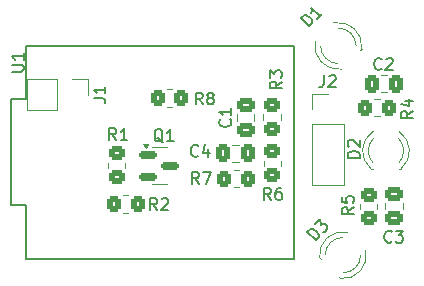
<source format=gbr>
%TF.GenerationSoftware,KiCad,Pcbnew,8.0.2*%
%TF.CreationDate,2024-08-11T09:10:39+02:00*%
%TF.ProjectId,ir-blaster,69722d62-6c61-4737-9465-722e6b696361,rev?*%
%TF.SameCoordinates,Original*%
%TF.FileFunction,Legend,Top*%
%TF.FilePolarity,Positive*%
%FSLAX46Y46*%
G04 Gerber Fmt 4.6, Leading zero omitted, Abs format (unit mm)*
G04 Created by KiCad (PCBNEW 8.0.2) date 2024-08-11 09:10:39*
%MOMM*%
%LPD*%
G01*
G04 APERTURE LIST*
G04 Aperture macros list*
%AMRoundRect*
0 Rectangle with rounded corners*
0 $1 Rounding radius*
0 $2 $3 $4 $5 $6 $7 $8 $9 X,Y pos of 4 corners*
0 Add a 4 corners polygon primitive as box body*
4,1,4,$2,$3,$4,$5,$6,$7,$8,$9,$2,$3,0*
0 Add four circle primitives for the rounded corners*
1,1,$1+$1,$2,$3*
1,1,$1+$1,$4,$5*
1,1,$1+$1,$6,$7*
1,1,$1+$1,$8,$9*
0 Add four rect primitives between the rounded corners*
20,1,$1+$1,$2,$3,$4,$5,0*
20,1,$1+$1,$4,$5,$6,$7,0*
20,1,$1+$1,$6,$7,$8,$9,0*
20,1,$1+$1,$8,$9,$2,$3,0*%
%AMRotRect*
0 Rectangle, with rotation*
0 The origin of the aperture is its center*
0 $1 length*
0 $2 width*
0 $3 Rotation angle, in degrees counterclockwise*
0 Add horizontal line*
21,1,$1,$2,0,0,$3*%
G04 Aperture macros list end*
%ADD10C,0.150000*%
%ADD11C,0.127000*%
%ADD12C,0.120000*%
%ADD13C,3.025000*%
%ADD14C,1.904000*%
%ADD15RoundRect,0.250000X0.350000X0.450000X-0.350000X0.450000X-0.350000X-0.450000X0.350000X-0.450000X0*%
%ADD16R,1.700000X1.700000*%
%ADD17O,1.700000X1.700000*%
%ADD18RoundRect,0.150000X-0.587500X-0.150000X0.587500X-0.150000X0.587500X0.150000X-0.587500X0.150000X0*%
%ADD19R,1.800000X1.800000*%
%ADD20C,1.800000*%
%ADD21RoundRect,0.250000X-0.337500X-0.475000X0.337500X-0.475000X0.337500X0.475000X-0.337500X0.475000X0*%
%ADD22RoundRect,0.250000X0.450000X-0.350000X0.450000X0.350000X-0.450000X0.350000X-0.450000X-0.350000X0*%
%ADD23RotRect,1.800000X1.800000X135.000000*%
%ADD24RoundRect,0.250000X-0.475000X0.337500X-0.475000X-0.337500X0.475000X-0.337500X0.475000X0.337500X0*%
%ADD25RoundRect,0.250000X0.475000X-0.337500X0.475000X0.337500X-0.475000X0.337500X-0.475000X-0.337500X0*%
%ADD26RoundRect,0.250000X0.337500X0.475000X-0.337500X0.475000X-0.337500X-0.475000X0.337500X-0.475000X0*%
%ADD27RoundRect,0.250000X-0.450000X0.350000X-0.450000X-0.350000X0.450000X-0.350000X0.450000X0.350000X0*%
%ADD28RotRect,1.800000X1.800000X45.000000*%
G04 APERTURE END LIST*
D10*
X53274819Y-35871904D02*
X54084342Y-35871904D01*
X54084342Y-35871904D02*
X54179580Y-35824285D01*
X54179580Y-35824285D02*
X54227200Y-35776666D01*
X54227200Y-35776666D02*
X54274819Y-35681428D01*
X54274819Y-35681428D02*
X54274819Y-35490952D01*
X54274819Y-35490952D02*
X54227200Y-35395714D01*
X54227200Y-35395714D02*
X54179580Y-35348095D01*
X54179580Y-35348095D02*
X54084342Y-35300476D01*
X54084342Y-35300476D02*
X53274819Y-35300476D01*
X54274819Y-34300476D02*
X54274819Y-34871904D01*
X54274819Y-34586190D02*
X53274819Y-34586190D01*
X53274819Y-34586190D02*
X53417676Y-34681428D01*
X53417676Y-34681428D02*
X53512914Y-34776666D01*
X53512914Y-34776666D02*
X53560533Y-34871904D01*
X69113333Y-45374819D02*
X68780000Y-44898628D01*
X68541905Y-45374819D02*
X68541905Y-44374819D01*
X68541905Y-44374819D02*
X68922857Y-44374819D01*
X68922857Y-44374819D02*
X69018095Y-44422438D01*
X69018095Y-44422438D02*
X69065714Y-44470057D01*
X69065714Y-44470057D02*
X69113333Y-44565295D01*
X69113333Y-44565295D02*
X69113333Y-44708152D01*
X69113333Y-44708152D02*
X69065714Y-44803390D01*
X69065714Y-44803390D02*
X69018095Y-44851009D01*
X69018095Y-44851009D02*
X68922857Y-44898628D01*
X68922857Y-44898628D02*
X68541905Y-44898628D01*
X69446667Y-44374819D02*
X70113333Y-44374819D01*
X70113333Y-44374819D02*
X69684762Y-45374819D01*
X79711666Y-36189819D02*
X79711666Y-36904104D01*
X79711666Y-36904104D02*
X79664047Y-37046961D01*
X79664047Y-37046961D02*
X79568809Y-37142200D01*
X79568809Y-37142200D02*
X79425952Y-37189819D01*
X79425952Y-37189819D02*
X79330714Y-37189819D01*
X80140238Y-36285057D02*
X80187857Y-36237438D01*
X80187857Y-36237438D02*
X80283095Y-36189819D01*
X80283095Y-36189819D02*
X80521190Y-36189819D01*
X80521190Y-36189819D02*
X80616428Y-36237438D01*
X80616428Y-36237438D02*
X80664047Y-36285057D01*
X80664047Y-36285057D02*
X80711666Y-36380295D01*
X80711666Y-36380295D02*
X80711666Y-36475533D01*
X80711666Y-36475533D02*
X80664047Y-36618390D01*
X80664047Y-36618390D02*
X80092619Y-37189819D01*
X80092619Y-37189819D02*
X80711666Y-37189819D01*
X66084761Y-41870057D02*
X65989523Y-41822438D01*
X65989523Y-41822438D02*
X65894285Y-41727200D01*
X65894285Y-41727200D02*
X65751428Y-41584342D01*
X65751428Y-41584342D02*
X65656190Y-41536723D01*
X65656190Y-41536723D02*
X65560952Y-41536723D01*
X65608571Y-41774819D02*
X65513333Y-41727200D01*
X65513333Y-41727200D02*
X65418095Y-41631961D01*
X65418095Y-41631961D02*
X65370476Y-41441485D01*
X65370476Y-41441485D02*
X65370476Y-41108152D01*
X65370476Y-41108152D02*
X65418095Y-40917676D01*
X65418095Y-40917676D02*
X65513333Y-40822438D01*
X65513333Y-40822438D02*
X65608571Y-40774819D01*
X65608571Y-40774819D02*
X65799047Y-40774819D01*
X65799047Y-40774819D02*
X65894285Y-40822438D01*
X65894285Y-40822438D02*
X65989523Y-40917676D01*
X65989523Y-40917676D02*
X66037142Y-41108152D01*
X66037142Y-41108152D02*
X66037142Y-41441485D01*
X66037142Y-41441485D02*
X65989523Y-41631961D01*
X65989523Y-41631961D02*
X65894285Y-41727200D01*
X65894285Y-41727200D02*
X65799047Y-41774819D01*
X65799047Y-41774819D02*
X65608571Y-41774819D01*
X66989523Y-41774819D02*
X66418095Y-41774819D01*
X66703809Y-41774819D02*
X66703809Y-40774819D01*
X66703809Y-40774819D02*
X66608571Y-40917676D01*
X66608571Y-40917676D02*
X66513333Y-41012914D01*
X66513333Y-41012914D02*
X66418095Y-41060533D01*
X82724819Y-43178094D02*
X81724819Y-43178094D01*
X81724819Y-43178094D02*
X81724819Y-42939999D01*
X81724819Y-42939999D02*
X81772438Y-42797142D01*
X81772438Y-42797142D02*
X81867676Y-42701904D01*
X81867676Y-42701904D02*
X81962914Y-42654285D01*
X81962914Y-42654285D02*
X82153390Y-42606666D01*
X82153390Y-42606666D02*
X82296247Y-42606666D01*
X82296247Y-42606666D02*
X82486723Y-42654285D01*
X82486723Y-42654285D02*
X82581961Y-42701904D01*
X82581961Y-42701904D02*
X82677200Y-42797142D01*
X82677200Y-42797142D02*
X82724819Y-42939999D01*
X82724819Y-42939999D02*
X82724819Y-43178094D01*
X81820057Y-42225713D02*
X81772438Y-42178094D01*
X81772438Y-42178094D02*
X81724819Y-42082856D01*
X81724819Y-42082856D02*
X81724819Y-41844761D01*
X81724819Y-41844761D02*
X81772438Y-41749523D01*
X81772438Y-41749523D02*
X81820057Y-41701904D01*
X81820057Y-41701904D02*
X81915295Y-41654285D01*
X81915295Y-41654285D02*
X82010533Y-41654285D01*
X82010533Y-41654285D02*
X82153390Y-41701904D01*
X82153390Y-41701904D02*
X82724819Y-42273332D01*
X82724819Y-42273332D02*
X82724819Y-41654285D01*
X69443333Y-38644819D02*
X69110000Y-38168628D01*
X68871905Y-38644819D02*
X68871905Y-37644819D01*
X68871905Y-37644819D02*
X69252857Y-37644819D01*
X69252857Y-37644819D02*
X69348095Y-37692438D01*
X69348095Y-37692438D02*
X69395714Y-37740057D01*
X69395714Y-37740057D02*
X69443333Y-37835295D01*
X69443333Y-37835295D02*
X69443333Y-37978152D01*
X69443333Y-37978152D02*
X69395714Y-38073390D01*
X69395714Y-38073390D02*
X69348095Y-38121009D01*
X69348095Y-38121009D02*
X69252857Y-38168628D01*
X69252857Y-38168628D02*
X68871905Y-38168628D01*
X70014762Y-38073390D02*
X69919524Y-38025771D01*
X69919524Y-38025771D02*
X69871905Y-37978152D01*
X69871905Y-37978152D02*
X69824286Y-37882914D01*
X69824286Y-37882914D02*
X69824286Y-37835295D01*
X69824286Y-37835295D02*
X69871905Y-37740057D01*
X69871905Y-37740057D02*
X69919524Y-37692438D01*
X69919524Y-37692438D02*
X70014762Y-37644819D01*
X70014762Y-37644819D02*
X70205238Y-37644819D01*
X70205238Y-37644819D02*
X70300476Y-37692438D01*
X70300476Y-37692438D02*
X70348095Y-37740057D01*
X70348095Y-37740057D02*
X70395714Y-37835295D01*
X70395714Y-37835295D02*
X70395714Y-37882914D01*
X70395714Y-37882914D02*
X70348095Y-37978152D01*
X70348095Y-37978152D02*
X70300476Y-38025771D01*
X70300476Y-38025771D02*
X70205238Y-38073390D01*
X70205238Y-38073390D02*
X70014762Y-38073390D01*
X70014762Y-38073390D02*
X69919524Y-38121009D01*
X69919524Y-38121009D02*
X69871905Y-38168628D01*
X69871905Y-38168628D02*
X69824286Y-38263866D01*
X69824286Y-38263866D02*
X69824286Y-38454342D01*
X69824286Y-38454342D02*
X69871905Y-38549580D01*
X69871905Y-38549580D02*
X69919524Y-38597200D01*
X69919524Y-38597200D02*
X70014762Y-38644819D01*
X70014762Y-38644819D02*
X70205238Y-38644819D01*
X70205238Y-38644819D02*
X70300476Y-38597200D01*
X70300476Y-38597200D02*
X70348095Y-38549580D01*
X70348095Y-38549580D02*
X70395714Y-38454342D01*
X70395714Y-38454342D02*
X70395714Y-38263866D01*
X70395714Y-38263866D02*
X70348095Y-38168628D01*
X70348095Y-38168628D02*
X70300476Y-38121009D01*
X70300476Y-38121009D02*
X70205238Y-38073390D01*
X84583333Y-35629580D02*
X84535714Y-35677200D01*
X84535714Y-35677200D02*
X84392857Y-35724819D01*
X84392857Y-35724819D02*
X84297619Y-35724819D01*
X84297619Y-35724819D02*
X84154762Y-35677200D01*
X84154762Y-35677200D02*
X84059524Y-35581961D01*
X84059524Y-35581961D02*
X84011905Y-35486723D01*
X84011905Y-35486723D02*
X83964286Y-35296247D01*
X83964286Y-35296247D02*
X83964286Y-35153390D01*
X83964286Y-35153390D02*
X84011905Y-34962914D01*
X84011905Y-34962914D02*
X84059524Y-34867676D01*
X84059524Y-34867676D02*
X84154762Y-34772438D01*
X84154762Y-34772438D02*
X84297619Y-34724819D01*
X84297619Y-34724819D02*
X84392857Y-34724819D01*
X84392857Y-34724819D02*
X84535714Y-34772438D01*
X84535714Y-34772438D02*
X84583333Y-34820057D01*
X84964286Y-34820057D02*
X85011905Y-34772438D01*
X85011905Y-34772438D02*
X85107143Y-34724819D01*
X85107143Y-34724819D02*
X85345238Y-34724819D01*
X85345238Y-34724819D02*
X85440476Y-34772438D01*
X85440476Y-34772438D02*
X85488095Y-34820057D01*
X85488095Y-34820057D02*
X85535714Y-34915295D01*
X85535714Y-34915295D02*
X85535714Y-35010533D01*
X85535714Y-35010533D02*
X85488095Y-35153390D01*
X85488095Y-35153390D02*
X84916667Y-35724819D01*
X84916667Y-35724819D02*
X85535714Y-35724819D01*
X65593333Y-47574819D02*
X65260000Y-47098628D01*
X65021905Y-47574819D02*
X65021905Y-46574819D01*
X65021905Y-46574819D02*
X65402857Y-46574819D01*
X65402857Y-46574819D02*
X65498095Y-46622438D01*
X65498095Y-46622438D02*
X65545714Y-46670057D01*
X65545714Y-46670057D02*
X65593333Y-46765295D01*
X65593333Y-46765295D02*
X65593333Y-46908152D01*
X65593333Y-46908152D02*
X65545714Y-47003390D01*
X65545714Y-47003390D02*
X65498095Y-47051009D01*
X65498095Y-47051009D02*
X65402857Y-47098628D01*
X65402857Y-47098628D02*
X65021905Y-47098628D01*
X65974286Y-46670057D02*
X66021905Y-46622438D01*
X66021905Y-46622438D02*
X66117143Y-46574819D01*
X66117143Y-46574819D02*
X66355238Y-46574819D01*
X66355238Y-46574819D02*
X66450476Y-46622438D01*
X66450476Y-46622438D02*
X66498095Y-46670057D01*
X66498095Y-46670057D02*
X66545714Y-46765295D01*
X66545714Y-46765295D02*
X66545714Y-46860533D01*
X66545714Y-46860533D02*
X66498095Y-47003390D01*
X66498095Y-47003390D02*
X65926667Y-47574819D01*
X65926667Y-47574819D02*
X66545714Y-47574819D01*
X87244819Y-39206666D02*
X86768628Y-39539999D01*
X87244819Y-39778094D02*
X86244819Y-39778094D01*
X86244819Y-39778094D02*
X86244819Y-39397142D01*
X86244819Y-39397142D02*
X86292438Y-39301904D01*
X86292438Y-39301904D02*
X86340057Y-39254285D01*
X86340057Y-39254285D02*
X86435295Y-39206666D01*
X86435295Y-39206666D02*
X86578152Y-39206666D01*
X86578152Y-39206666D02*
X86673390Y-39254285D01*
X86673390Y-39254285D02*
X86721009Y-39301904D01*
X86721009Y-39301904D02*
X86768628Y-39397142D01*
X86768628Y-39397142D02*
X86768628Y-39778094D01*
X86578152Y-38349523D02*
X87244819Y-38349523D01*
X86197200Y-38587618D02*
X86911485Y-38825713D01*
X86911485Y-38825713D02*
X86911485Y-38206666D01*
X62123333Y-41674819D02*
X61790000Y-41198628D01*
X61551905Y-41674819D02*
X61551905Y-40674819D01*
X61551905Y-40674819D02*
X61932857Y-40674819D01*
X61932857Y-40674819D02*
X62028095Y-40722438D01*
X62028095Y-40722438D02*
X62075714Y-40770057D01*
X62075714Y-40770057D02*
X62123333Y-40865295D01*
X62123333Y-40865295D02*
X62123333Y-41008152D01*
X62123333Y-41008152D02*
X62075714Y-41103390D01*
X62075714Y-41103390D02*
X62028095Y-41151009D01*
X62028095Y-41151009D02*
X61932857Y-41198628D01*
X61932857Y-41198628D02*
X61551905Y-41198628D01*
X63075714Y-41674819D02*
X62504286Y-41674819D01*
X62790000Y-41674819D02*
X62790000Y-40674819D01*
X62790000Y-40674819D02*
X62694762Y-40817676D01*
X62694762Y-40817676D02*
X62599524Y-40912914D01*
X62599524Y-40912914D02*
X62504286Y-40960533D01*
X78469693Y-32053517D02*
X77762587Y-31346410D01*
X77762587Y-31346410D02*
X77930945Y-31178051D01*
X77930945Y-31178051D02*
X78065632Y-31110708D01*
X78065632Y-31110708D02*
X78200319Y-31110708D01*
X78200319Y-31110708D02*
X78301335Y-31144380D01*
X78301335Y-31144380D02*
X78469693Y-31245395D01*
X78469693Y-31245395D02*
X78570709Y-31346410D01*
X78570709Y-31346410D02*
X78671724Y-31514769D01*
X78671724Y-31514769D02*
X78705396Y-31615784D01*
X78705396Y-31615784D02*
X78705396Y-31750471D01*
X78705396Y-31750471D02*
X78638052Y-31885158D01*
X78638052Y-31885158D02*
X78469693Y-32053517D01*
X79547189Y-30976021D02*
X79143128Y-31380082D01*
X79345159Y-31178051D02*
X78638052Y-30470945D01*
X78638052Y-30470945D02*
X78671724Y-30639303D01*
X78671724Y-30639303D02*
X78671724Y-30773990D01*
X78671724Y-30773990D02*
X78638052Y-30875006D01*
X85453333Y-50259580D02*
X85405714Y-50307200D01*
X85405714Y-50307200D02*
X85262857Y-50354819D01*
X85262857Y-50354819D02*
X85167619Y-50354819D01*
X85167619Y-50354819D02*
X85024762Y-50307200D01*
X85024762Y-50307200D02*
X84929524Y-50211961D01*
X84929524Y-50211961D02*
X84881905Y-50116723D01*
X84881905Y-50116723D02*
X84834286Y-49926247D01*
X84834286Y-49926247D02*
X84834286Y-49783390D01*
X84834286Y-49783390D02*
X84881905Y-49592914D01*
X84881905Y-49592914D02*
X84929524Y-49497676D01*
X84929524Y-49497676D02*
X85024762Y-49402438D01*
X85024762Y-49402438D02*
X85167619Y-49354819D01*
X85167619Y-49354819D02*
X85262857Y-49354819D01*
X85262857Y-49354819D02*
X85405714Y-49402438D01*
X85405714Y-49402438D02*
X85453333Y-49450057D01*
X85786667Y-49354819D02*
X86405714Y-49354819D01*
X86405714Y-49354819D02*
X86072381Y-49735771D01*
X86072381Y-49735771D02*
X86215238Y-49735771D01*
X86215238Y-49735771D02*
X86310476Y-49783390D01*
X86310476Y-49783390D02*
X86358095Y-49831009D01*
X86358095Y-49831009D02*
X86405714Y-49926247D01*
X86405714Y-49926247D02*
X86405714Y-50164342D01*
X86405714Y-50164342D02*
X86358095Y-50259580D01*
X86358095Y-50259580D02*
X86310476Y-50307200D01*
X86310476Y-50307200D02*
X86215238Y-50354819D01*
X86215238Y-50354819D02*
X85929524Y-50354819D01*
X85929524Y-50354819D02*
X85834286Y-50307200D01*
X85834286Y-50307200D02*
X85786667Y-50259580D01*
X82224819Y-47376666D02*
X81748628Y-47709999D01*
X82224819Y-47948094D02*
X81224819Y-47948094D01*
X81224819Y-47948094D02*
X81224819Y-47567142D01*
X81224819Y-47567142D02*
X81272438Y-47471904D01*
X81272438Y-47471904D02*
X81320057Y-47424285D01*
X81320057Y-47424285D02*
X81415295Y-47376666D01*
X81415295Y-47376666D02*
X81558152Y-47376666D01*
X81558152Y-47376666D02*
X81653390Y-47424285D01*
X81653390Y-47424285D02*
X81701009Y-47471904D01*
X81701009Y-47471904D02*
X81748628Y-47567142D01*
X81748628Y-47567142D02*
X81748628Y-47948094D01*
X81224819Y-46471904D02*
X81224819Y-46948094D01*
X81224819Y-46948094D02*
X81701009Y-46995713D01*
X81701009Y-46995713D02*
X81653390Y-46948094D01*
X81653390Y-46948094D02*
X81605771Y-46852856D01*
X81605771Y-46852856D02*
X81605771Y-46614761D01*
X81605771Y-46614761D02*
X81653390Y-46519523D01*
X81653390Y-46519523D02*
X81701009Y-46471904D01*
X81701009Y-46471904D02*
X81796247Y-46424285D01*
X81796247Y-46424285D02*
X82034342Y-46424285D01*
X82034342Y-46424285D02*
X82129580Y-46471904D01*
X82129580Y-46471904D02*
X82177200Y-46519523D01*
X82177200Y-46519523D02*
X82224819Y-46614761D01*
X82224819Y-46614761D02*
X82224819Y-46852856D01*
X82224819Y-46852856D02*
X82177200Y-46948094D01*
X82177200Y-46948094D02*
X82129580Y-46995713D01*
X71749581Y-39926666D02*
X71797201Y-39974285D01*
X71797201Y-39974285D02*
X71844820Y-40117142D01*
X71844820Y-40117142D02*
X71844820Y-40212380D01*
X71844820Y-40212380D02*
X71797201Y-40355237D01*
X71797201Y-40355237D02*
X71701962Y-40450475D01*
X71701962Y-40450475D02*
X71606724Y-40498094D01*
X71606724Y-40498094D02*
X71416248Y-40545713D01*
X71416248Y-40545713D02*
X71273391Y-40545713D01*
X71273391Y-40545713D02*
X71082915Y-40498094D01*
X71082915Y-40498094D02*
X70987677Y-40450475D01*
X70987677Y-40450475D02*
X70892439Y-40355237D01*
X70892439Y-40355237D02*
X70844820Y-40212380D01*
X70844820Y-40212380D02*
X70844820Y-40117142D01*
X70844820Y-40117142D02*
X70892439Y-39974285D01*
X70892439Y-39974285D02*
X70940058Y-39926666D01*
X71844820Y-38974285D02*
X71844820Y-39545713D01*
X71844820Y-39259999D02*
X70844820Y-39259999D01*
X70844820Y-39259999D02*
X70987677Y-39355237D01*
X70987677Y-39355237D02*
X71082915Y-39450475D01*
X71082915Y-39450475D02*
X71130534Y-39545713D01*
X69053333Y-42979580D02*
X69005714Y-43027200D01*
X69005714Y-43027200D02*
X68862857Y-43074819D01*
X68862857Y-43074819D02*
X68767619Y-43074819D01*
X68767619Y-43074819D02*
X68624762Y-43027200D01*
X68624762Y-43027200D02*
X68529524Y-42931961D01*
X68529524Y-42931961D02*
X68481905Y-42836723D01*
X68481905Y-42836723D02*
X68434286Y-42646247D01*
X68434286Y-42646247D02*
X68434286Y-42503390D01*
X68434286Y-42503390D02*
X68481905Y-42312914D01*
X68481905Y-42312914D02*
X68529524Y-42217676D01*
X68529524Y-42217676D02*
X68624762Y-42122438D01*
X68624762Y-42122438D02*
X68767619Y-42074819D01*
X68767619Y-42074819D02*
X68862857Y-42074819D01*
X68862857Y-42074819D02*
X69005714Y-42122438D01*
X69005714Y-42122438D02*
X69053333Y-42170057D01*
X69910476Y-42408152D02*
X69910476Y-43074819D01*
X69672381Y-42027200D02*
X69434286Y-42741485D01*
X69434286Y-42741485D02*
X70053333Y-42741485D01*
X75213333Y-46724819D02*
X74880000Y-46248628D01*
X74641905Y-46724819D02*
X74641905Y-45724819D01*
X74641905Y-45724819D02*
X75022857Y-45724819D01*
X75022857Y-45724819D02*
X75118095Y-45772438D01*
X75118095Y-45772438D02*
X75165714Y-45820057D01*
X75165714Y-45820057D02*
X75213333Y-45915295D01*
X75213333Y-45915295D02*
X75213333Y-46058152D01*
X75213333Y-46058152D02*
X75165714Y-46153390D01*
X75165714Y-46153390D02*
X75118095Y-46201009D01*
X75118095Y-46201009D02*
X75022857Y-46248628D01*
X75022857Y-46248628D02*
X74641905Y-46248628D01*
X76070476Y-45724819D02*
X75880000Y-45724819D01*
X75880000Y-45724819D02*
X75784762Y-45772438D01*
X75784762Y-45772438D02*
X75737143Y-45820057D01*
X75737143Y-45820057D02*
X75641905Y-45962914D01*
X75641905Y-45962914D02*
X75594286Y-46153390D01*
X75594286Y-46153390D02*
X75594286Y-46534342D01*
X75594286Y-46534342D02*
X75641905Y-46629580D01*
X75641905Y-46629580D02*
X75689524Y-46677200D01*
X75689524Y-46677200D02*
X75784762Y-46724819D01*
X75784762Y-46724819D02*
X75975238Y-46724819D01*
X75975238Y-46724819D02*
X76070476Y-46677200D01*
X76070476Y-46677200D02*
X76118095Y-46629580D01*
X76118095Y-46629580D02*
X76165714Y-46534342D01*
X76165714Y-46534342D02*
X76165714Y-46296247D01*
X76165714Y-46296247D02*
X76118095Y-46201009D01*
X76118095Y-46201009D02*
X76070476Y-46153390D01*
X76070476Y-46153390D02*
X75975238Y-46105771D01*
X75975238Y-46105771D02*
X75784762Y-46105771D01*
X75784762Y-46105771D02*
X75689524Y-46153390D01*
X75689524Y-46153390D02*
X75641905Y-46201009D01*
X75641905Y-46201009D02*
X75594286Y-46296247D01*
X60199819Y-38148333D02*
X60914104Y-38148333D01*
X60914104Y-38148333D02*
X61056961Y-38195952D01*
X61056961Y-38195952D02*
X61152200Y-38291190D01*
X61152200Y-38291190D02*
X61199819Y-38434047D01*
X61199819Y-38434047D02*
X61199819Y-38529285D01*
X61199819Y-37148333D02*
X61199819Y-37719761D01*
X61199819Y-37434047D02*
X60199819Y-37434047D01*
X60199819Y-37434047D02*
X60342676Y-37529285D01*
X60342676Y-37529285D02*
X60437914Y-37624523D01*
X60437914Y-37624523D02*
X60485533Y-37719761D01*
X76134819Y-36726666D02*
X75658628Y-37059999D01*
X76134819Y-37298094D02*
X75134819Y-37298094D01*
X75134819Y-37298094D02*
X75134819Y-36917142D01*
X75134819Y-36917142D02*
X75182438Y-36821904D01*
X75182438Y-36821904D02*
X75230057Y-36774285D01*
X75230057Y-36774285D02*
X75325295Y-36726666D01*
X75325295Y-36726666D02*
X75468152Y-36726666D01*
X75468152Y-36726666D02*
X75563390Y-36774285D01*
X75563390Y-36774285D02*
X75611009Y-36821904D01*
X75611009Y-36821904D02*
X75658628Y-36917142D01*
X75658628Y-36917142D02*
X75658628Y-37298094D01*
X75134819Y-36393332D02*
X75134819Y-35774285D01*
X75134819Y-35774285D02*
X75515771Y-36107618D01*
X75515771Y-36107618D02*
X75515771Y-35964761D01*
X75515771Y-35964761D02*
X75563390Y-35869523D01*
X75563390Y-35869523D02*
X75611009Y-35821904D01*
X75611009Y-35821904D02*
X75706247Y-35774285D01*
X75706247Y-35774285D02*
X75944342Y-35774285D01*
X75944342Y-35774285D02*
X76039580Y-35821904D01*
X76039580Y-35821904D02*
X76087200Y-35869523D01*
X76087200Y-35869523D02*
X76134819Y-35964761D01*
X76134819Y-35964761D02*
X76134819Y-36250475D01*
X76134819Y-36250475D02*
X76087200Y-36345713D01*
X76087200Y-36345713D02*
X76039580Y-36393332D01*
X79023122Y-50164017D02*
X78316016Y-49456910D01*
X78316016Y-49456910D02*
X78484374Y-49288551D01*
X78484374Y-49288551D02*
X78619061Y-49221208D01*
X78619061Y-49221208D02*
X78753748Y-49221208D01*
X78753748Y-49221208D02*
X78854764Y-49254880D01*
X78854764Y-49254880D02*
X79023122Y-49355895D01*
X79023122Y-49355895D02*
X79124138Y-49456910D01*
X79124138Y-49456910D02*
X79225153Y-49625269D01*
X79225153Y-49625269D02*
X79258825Y-49726284D01*
X79258825Y-49726284D02*
X79258825Y-49860971D01*
X79258825Y-49860971D02*
X79191481Y-49995658D01*
X79191481Y-49995658D02*
X79023122Y-50164017D01*
X78955779Y-48817147D02*
X79393512Y-48379414D01*
X79393512Y-48379414D02*
X79427183Y-48884490D01*
X79427183Y-48884490D02*
X79528199Y-48783475D01*
X79528199Y-48783475D02*
X79629214Y-48749803D01*
X79629214Y-48749803D02*
X79696557Y-48749803D01*
X79696557Y-48749803D02*
X79797573Y-48783475D01*
X79797573Y-48783475D02*
X79965931Y-48951834D01*
X79965931Y-48951834D02*
X79999603Y-49052849D01*
X79999603Y-49052849D02*
X79999603Y-49120193D01*
X79999603Y-49120193D02*
X79965931Y-49221208D01*
X79965931Y-49221208D02*
X79763901Y-49423238D01*
X79763901Y-49423238D02*
X79662886Y-49456910D01*
X79662886Y-49456910D02*
X79595542Y-49456910D01*
D11*
%TO.C,U1*%
X77200000Y-51710000D02*
X54500000Y-51710000D01*
X53200000Y-47210000D02*
X54500000Y-47210000D01*
X54500000Y-47210000D02*
X54500000Y-51710000D01*
X53200000Y-38210000D02*
X53200000Y-47210000D01*
X53200000Y-38210000D02*
X54500000Y-38210000D01*
X54500000Y-33710000D02*
X54500000Y-38210000D01*
X77200000Y-33710000D02*
X77200000Y-51710000D01*
X77200000Y-33710000D02*
X54500000Y-33710000D01*
D12*
%TO.C,R7*%
X72507064Y-44195000D02*
X72052936Y-44195000D01*
X72507064Y-45665000D02*
X72052936Y-45665000D01*
%TO.C,J2*%
X78715000Y-37735000D02*
X80045000Y-37735000D01*
X78715000Y-39065000D02*
X78715000Y-37735000D01*
X78715000Y-40335000D02*
X78715000Y-45475000D01*
X78715000Y-40335000D02*
X81375000Y-40335000D01*
X78715000Y-45475000D02*
X81375000Y-45475000D01*
X81375000Y-40335000D02*
X81375000Y-45475000D01*
%TO.C,Q1*%
X65770000Y-42290000D02*
X65120000Y-42290000D01*
X65770000Y-42290000D02*
X66420000Y-42290000D01*
X65770000Y-45410000D02*
X65120000Y-45410000D01*
X65770000Y-45410000D02*
X66420000Y-45410000D01*
X64607500Y-42340000D02*
X64367500Y-42010000D01*
X64847500Y-42010000D01*
X64607500Y-42340000D01*
G36*
X64607500Y-42340000D02*
G01*
X64367500Y-42010000D01*
X64847500Y-42010000D01*
X64607500Y-42340000D01*
G37*
%TO.C,D2*%
X83724000Y-44145000D02*
X83880000Y-44145000D01*
X86040000Y-44145000D02*
X86196000Y-44145000D01*
X83724484Y-44145000D02*
G75*
G02*
X83881392Y-40912665I1235516J1560000D01*
G01*
X83880000Y-43625961D02*
G75*
G02*
X83880163Y-41543870I1080000J1040961D01*
G01*
X86038608Y-40912665D02*
G75*
G02*
X86195516Y-44145000I-1078608J-1672335D01*
G01*
X86039837Y-41543870D02*
G75*
G02*
X86040000Y-43625961I-1079837J-1041130D01*
G01*
%TO.C,R8*%
X66857064Y-37385000D02*
X66402936Y-37385000D01*
X66857064Y-38855000D02*
X66402936Y-38855000D01*
%TO.C,C2*%
X84548748Y-36165000D02*
X85071252Y-36165000D01*
X84548748Y-37635000D02*
X85071252Y-37635000D01*
%TO.C,R2*%
X63157064Y-46335000D02*
X62702936Y-46335000D01*
X63157064Y-47805000D02*
X62702936Y-47805000D01*
%TO.C,R4*%
X84417064Y-38205000D02*
X83962936Y-38205000D01*
X84417064Y-39675000D02*
X83962936Y-39675000D01*
%TO.C,R1*%
X61435000Y-44027064D02*
X61435000Y-43572936D01*
X62905000Y-44027064D02*
X62905000Y-43572936D01*
%TO.C,D1*%
X81152638Y-35670606D02*
X81262947Y-35560297D01*
X82790297Y-34032947D02*
X82900606Y-33922638D01*
X80503707Y-31748325D02*
G75*
G02*
X82900263Y-33922980I419828J-1945210D01*
G01*
X80895931Y-35193281D02*
G75*
G02*
X79423785Y-33720905I27604J1499746D01*
G01*
X80950905Y-32193785D02*
G75*
G02*
X82423281Y-33665931I-27370J-1499750D01*
G01*
X81152980Y-35670264D02*
G75*
G02*
X78978324Y-33273707I-229445J1976729D01*
G01*
%TO.C,C3*%
X84895000Y-46996248D02*
X84895000Y-47518752D01*
X86365000Y-46996248D02*
X86365000Y-47518752D01*
%TO.C,R5*%
X82765000Y-47527064D02*
X82765000Y-47072936D01*
X84235000Y-47527064D02*
X84235000Y-47072936D01*
%TO.C,C1*%
X72335000Y-40021253D02*
X72335000Y-39498747D01*
X73805000Y-40021253D02*
X73805000Y-39498747D01*
%TO.C,C4*%
X72481252Y-42055000D02*
X71958748Y-42055000D01*
X72481252Y-43525000D02*
X71958748Y-43525000D01*
%TO.C,R6*%
X74605000Y-43402936D02*
X74605000Y-43857064D01*
X76075000Y-43402936D02*
X76075000Y-43857064D01*
%TO.C,J1*%
X54545000Y-36485000D02*
X54545000Y-39145000D01*
X57145000Y-36485000D02*
X54545000Y-36485000D01*
X57145000Y-36485000D02*
X57145000Y-39145000D01*
X57145000Y-39145000D02*
X54545000Y-39145000D01*
X58415000Y-36485000D02*
X59745000Y-36485000D01*
X59745000Y-36485000D02*
X59745000Y-37815000D01*
%TO.C,R3*%
X74575000Y-39482936D02*
X74575000Y-39937064D01*
X76045000Y-39482936D02*
X76045000Y-39937064D01*
%TO.C,D3*%
X79339394Y-51642639D02*
X79449702Y-51752948D01*
X80977053Y-53280298D02*
X81087362Y-53390607D01*
X79339736Y-51642982D02*
G75*
G02*
X81736293Y-49468325I1976729J229446D01*
G01*
X79816718Y-51385931D02*
G75*
G02*
X81289095Y-49913785I1499747J-27605D01*
G01*
X82816215Y-51440906D02*
G75*
G02*
X81344069Y-52913282I-1499750J27370D01*
G01*
X83261675Y-50993708D02*
G75*
G02*
X81087020Y-53390264I-1945210J-419828D01*
G01*
%TD*%
%LPC*%
D13*
X59282500Y-42980000D02*
G75*
G02*
X56257500Y-42980000I-1512500J0D01*
G01*
X56257500Y-42980000D02*
G75*
G02*
X59282500Y-42980000I1512500J0D01*
G01*
D14*
%TO.C,U1*%
X73730000Y-35090000D03*
X71190000Y-35090000D03*
X68650000Y-35090000D03*
X66110000Y-35090000D03*
X61030000Y-35090000D03*
X63570000Y-35090000D03*
X55950000Y-50330000D03*
X55950000Y-35090000D03*
X58490000Y-50330000D03*
X61030000Y-50330000D03*
X63570000Y-50330000D03*
X66110000Y-50330000D03*
X68650000Y-50330000D03*
X71190000Y-50330000D03*
X73730000Y-50330000D03*
X58490000Y-35090000D03*
%TD*%
D15*
%TO.C,R7*%
X73280000Y-44930000D03*
X71280000Y-44930000D03*
%TD*%
D16*
%TO.C,J2*%
X80045000Y-39065000D03*
D17*
X80045000Y-41605000D03*
X80045000Y-44145000D03*
%TD*%
D18*
%TO.C,Q1*%
X64832500Y-42900000D03*
X64832500Y-44800000D03*
X66707500Y-43850000D03*
%TD*%
D19*
%TO.C,D2*%
X84960000Y-43855000D03*
D20*
X84960000Y-41315000D03*
%TD*%
D15*
%TO.C,R8*%
X67630000Y-38120000D03*
X65630000Y-38120000D03*
%TD*%
D21*
%TO.C,C2*%
X83772500Y-36900000D03*
X85847500Y-36900000D03*
%TD*%
D15*
%TO.C,R2*%
X63930000Y-47070000D03*
X61930000Y-47070000D03*
%TD*%
%TO.C,R4*%
X85190000Y-38940000D03*
X83190000Y-38940000D03*
%TD*%
D22*
%TO.C,R1*%
X62170000Y-44800000D03*
X62170000Y-42800000D03*
%TD*%
D23*
%TO.C,D1*%
X81821561Y-34591561D03*
D20*
X80025510Y-32795510D03*
%TD*%
D24*
%TO.C,C3*%
X85630000Y-46220000D03*
X85630000Y-48295000D03*
%TD*%
D22*
%TO.C,R5*%
X83500000Y-48300000D03*
X83500000Y-46300000D03*
%TD*%
D25*
%TO.C,C1*%
X73070000Y-40797500D03*
X73070000Y-38722500D03*
%TD*%
D26*
%TO.C,C4*%
X73257500Y-42790000D03*
X71182500Y-42790000D03*
%TD*%
D27*
%TO.C,R6*%
X75340000Y-42630000D03*
X75340000Y-44630000D03*
%TD*%
D16*
%TO.C,J1*%
X58415000Y-37815000D03*
D17*
X55875000Y-37815000D03*
%TD*%
D27*
%TO.C,R3*%
X75310000Y-38710000D03*
X75310000Y-40710000D03*
%TD*%
D28*
%TO.C,D3*%
X80418439Y-52311562D03*
D20*
X82214490Y-50515511D03*
%TD*%
%LPD*%
M02*

</source>
